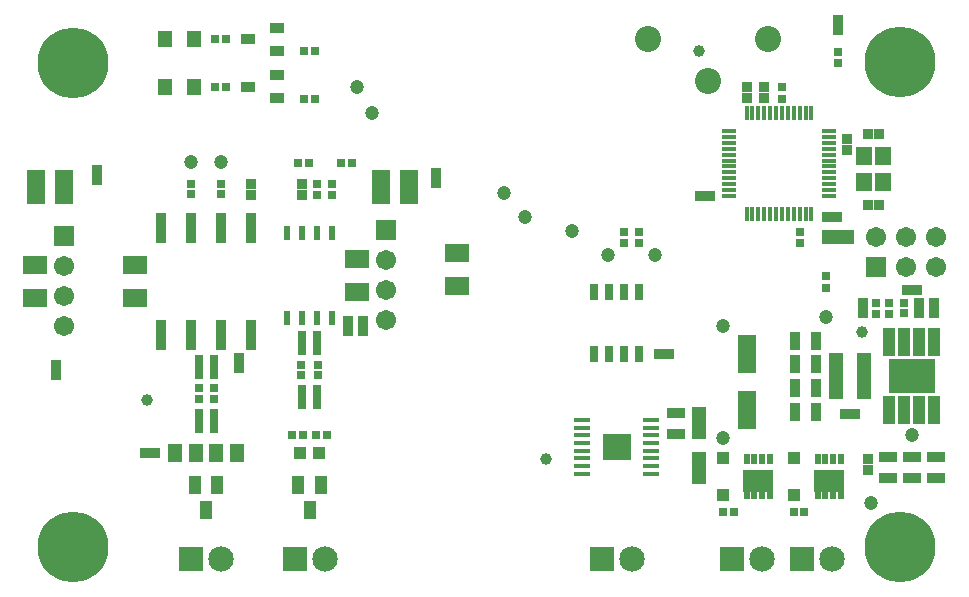
<source format=gts>
G04*
G04 #@! TF.GenerationSoftware,Altium Limited,Altium Designer,23.9.2 (47)*
G04*
G04 Layer_Color=8388736*
%FSLAX43Y43*%
%MOMM*%
G71*
G04*
G04 #@! TF.SameCoordinates,DD1DA4F9-BAAB-46B1-B849-2321CEA9ED03*
G04*
G04*
G04 #@! TF.FilePolarity,Negative*
G04*
G01*
G75*
%ADD24R,2.460X2.310*%
%ADD25R,1.461X0.356*%
%ADD27R,0.508X1.168*%
%ADD28R,1.194X0.305*%
%ADD29R,0.305X1.194*%
%ADD31C,1.000*%
%ADD54R,3.903X2.903*%
%ADD55R,1.003X2.403*%
%ADD56R,1.353X1.603*%
%ADD57R,0.843X2.543*%
%ADD58R,0.733X1.453*%
%ADD59C,1.203*%
%ADD60R,0.863X0.823*%
%ADD61R,0.803X2.053*%
%ADD62R,2.003X1.503*%
%ADD63R,0.823X0.863*%
%ADD64R,0.753X0.753*%
%ADD65R,1.603X3.003*%
%ADD66R,2.573X1.913*%
%ADD67R,0.623X0.903*%
%ADD68R,1.503X0.903*%
%ADD69R,1.103X1.103*%
%ADD70R,1.183X3.903*%
%ADD71R,0.753X0.753*%
%ADD72R,0.903X1.503*%
%ADD73R,1.203X1.353*%
%ADD74R,1.603X3.203*%
%ADD75R,0.803X0.703*%
%ADD76R,1.353X1.203*%
%ADD77R,1.303X1.453*%
%ADD78R,1.153X0.853*%
%ADD79R,1.053X1.103*%
%ADD80R,1.103X1.603*%
%ADD81R,1.203X1.553*%
%ADD82C,2.153*%
%ADD83R,2.153X2.153*%
%ADD84C,1.711*%
%ADD85R,1.711X1.711*%
%ADD86C,6.000*%
%ADD87C,2.203*%
%ADD88R,1.703X1.703*%
%ADD89C,1.703*%
D24*
X51000Y13500D02*
D03*
D25*
X53927Y15775D02*
D03*
Y15125D02*
D03*
Y14475D02*
D03*
Y13825D02*
D03*
Y13175D02*
D03*
Y12525D02*
D03*
Y11875D02*
D03*
Y11225D02*
D03*
X48073D02*
D03*
Y11875D02*
D03*
Y12525D02*
D03*
Y13175D02*
D03*
Y13825D02*
D03*
Y14475D02*
D03*
Y15125D02*
D03*
Y15775D02*
D03*
D27*
X26905Y31607D02*
D03*
X25635D02*
D03*
X24365D02*
D03*
X23095D02*
D03*
Y24393D02*
D03*
X24365D02*
D03*
X25635D02*
D03*
X26905D02*
D03*
D28*
X69000Y34750D02*
D03*
Y35250D02*
D03*
Y35750D02*
D03*
Y36250D02*
D03*
Y36750D02*
D03*
Y37250D02*
D03*
Y37750D02*
D03*
Y38250D02*
D03*
Y38750D02*
D03*
Y39250D02*
D03*
Y39750D02*
D03*
Y40250D02*
D03*
X60500D02*
D03*
Y39750D02*
D03*
Y39250D02*
D03*
Y38750D02*
D03*
Y38250D02*
D03*
Y37750D02*
D03*
Y37250D02*
D03*
Y36750D02*
D03*
Y36250D02*
D03*
Y35750D02*
D03*
Y35250D02*
D03*
Y34750D02*
D03*
D29*
X67500Y41750D02*
D03*
X67000D02*
D03*
X66500D02*
D03*
X66000D02*
D03*
X65500D02*
D03*
X65000D02*
D03*
X64500D02*
D03*
X64000D02*
D03*
X63500D02*
D03*
X63000D02*
D03*
X62500D02*
D03*
X62000D02*
D03*
Y33250D02*
D03*
X62500D02*
D03*
X63000D02*
D03*
X63500D02*
D03*
X64000D02*
D03*
X64500D02*
D03*
X65000D02*
D03*
X65500D02*
D03*
X66000D02*
D03*
X66500D02*
D03*
X67000D02*
D03*
X67500D02*
D03*
D31*
X45000Y12500D02*
D03*
X11250Y17477D02*
D03*
X71750Y23250D02*
D03*
X58000Y47000D02*
D03*
D54*
X76000Y19500D02*
D03*
D55*
X74095Y16630D02*
D03*
X75365D02*
D03*
X76635D02*
D03*
X77905D02*
D03*
X74095Y22370D02*
D03*
X75365D02*
D03*
X76635D02*
D03*
X77905D02*
D03*
D56*
X73550Y35900D02*
D03*
Y38100D02*
D03*
X71950D02*
D03*
Y35900D02*
D03*
D57*
X20060Y32035D02*
D03*
X17520D02*
D03*
X14980D02*
D03*
X12440D02*
D03*
Y22965D02*
D03*
X14980D02*
D03*
X17520D02*
D03*
X20060D02*
D03*
D58*
X52905Y26650D02*
D03*
X51635D02*
D03*
X50365D02*
D03*
X49095D02*
D03*
X52905Y21350D02*
D03*
X51635D02*
D03*
X50365D02*
D03*
X49095D02*
D03*
D59*
X29000Y44000D02*
D03*
X76000Y14500D02*
D03*
X68750Y24500D02*
D03*
X72500Y8750D02*
D03*
X47250Y31750D02*
D03*
X60000Y14250D02*
D03*
Y23750D02*
D03*
X41500Y35000D02*
D03*
X43250Y33000D02*
D03*
X30250Y41750D02*
D03*
X17500Y37637D02*
D03*
X14990D02*
D03*
X54266Y29750D02*
D03*
X50250D02*
D03*
D60*
X54560Y21350D02*
D03*
X55440D02*
D03*
X71190Y16250D02*
D03*
X70310D02*
D03*
X75590Y26750D02*
D03*
X76470D02*
D03*
X58940Y34750D02*
D03*
X58060D02*
D03*
X68810Y33000D02*
D03*
X69690D02*
D03*
X72310Y40000D02*
D03*
X73190D02*
D03*
X73190Y34000D02*
D03*
X72310D02*
D03*
X11940Y13000D02*
D03*
X11060D02*
D03*
D61*
X16885Y15725D02*
D03*
X15615D02*
D03*
Y20275D02*
D03*
X16885D02*
D03*
X25635Y17725D02*
D03*
X24365D02*
D03*
Y22275D02*
D03*
X25635D02*
D03*
D62*
X10250Y28900D02*
D03*
Y26100D02*
D03*
X1750Y28900D02*
D03*
Y26100D02*
D03*
X37500Y29900D02*
D03*
Y27100D02*
D03*
X29000Y29400D02*
D03*
Y26600D02*
D03*
D63*
X70500Y38658D02*
D03*
Y39538D02*
D03*
X69750Y48810D02*
D03*
Y49690D02*
D03*
X3500Y20440D02*
D03*
Y19560D02*
D03*
X7000Y36060D02*
D03*
Y36940D02*
D03*
X35750Y35810D02*
D03*
Y36690D02*
D03*
X72250Y12440D02*
D03*
Y11560D02*
D03*
X77905Y25691D02*
D03*
Y24811D02*
D03*
X76635Y24816D02*
D03*
Y25696D02*
D03*
X71831Y25688D02*
D03*
Y24808D02*
D03*
X63500Y43060D02*
D03*
Y43940D02*
D03*
X62000Y43060D02*
D03*
Y43940D02*
D03*
X28250Y24190D02*
D03*
Y23310D02*
D03*
X24365Y34865D02*
D03*
Y35745D02*
D03*
X29500Y24190D02*
D03*
Y23310D02*
D03*
X19000Y21060D02*
D03*
Y20180D02*
D03*
X20060Y34865D02*
D03*
Y35745D02*
D03*
D64*
X69750Y46050D02*
D03*
Y46950D02*
D03*
X75365Y24801D02*
D03*
Y25701D02*
D03*
X72975Y24796D02*
D03*
Y25696D02*
D03*
X74095Y24792D02*
D03*
Y25692D02*
D03*
X51635Y31700D02*
D03*
Y30800D02*
D03*
X52905Y31700D02*
D03*
Y30800D02*
D03*
X66500Y31700D02*
D03*
Y30800D02*
D03*
X25750Y19550D02*
D03*
Y20450D02*
D03*
X26905Y34865D02*
D03*
Y35765D02*
D03*
X25635Y34865D02*
D03*
Y35765D02*
D03*
X24250Y19550D02*
D03*
Y20450D02*
D03*
X16885Y17550D02*
D03*
Y18450D02*
D03*
X14980Y34875D02*
D03*
Y35775D02*
D03*
X17500Y34875D02*
D03*
Y35775D02*
D03*
X15615Y17550D02*
D03*
Y18450D02*
D03*
D65*
X4200Y35500D02*
D03*
X1800D02*
D03*
X33454D02*
D03*
X31054D02*
D03*
D66*
X69000Y10600D02*
D03*
X63000D02*
D03*
D67*
X69975Y9500D02*
D03*
X69325D02*
D03*
X68675D02*
D03*
X68025D02*
D03*
Y12500D02*
D03*
X68675D02*
D03*
X69325D02*
D03*
X69975D02*
D03*
X63975Y9500D02*
D03*
X63325D02*
D03*
X62675D02*
D03*
X62025D02*
D03*
Y12500D02*
D03*
X62675D02*
D03*
X63325D02*
D03*
X63975D02*
D03*
D68*
X74000Y12650D02*
D03*
Y10850D02*
D03*
X76000Y12650D02*
D03*
Y10850D02*
D03*
X78000Y12650D02*
D03*
Y10850D02*
D03*
X56000Y16400D02*
D03*
Y14600D02*
D03*
D69*
X66000Y12575D02*
D03*
Y9425D02*
D03*
X60000Y12575D02*
D03*
Y9425D02*
D03*
D70*
X71935Y19500D02*
D03*
X69565D02*
D03*
D71*
X66000Y8000D02*
D03*
X66900D02*
D03*
X60000D02*
D03*
X60900D02*
D03*
X17000Y48000D02*
D03*
X17900D02*
D03*
X17000Y44000D02*
D03*
X17900D02*
D03*
X25450Y47000D02*
D03*
X24550D02*
D03*
X25450Y43000D02*
D03*
X24550D02*
D03*
X24450Y14500D02*
D03*
X23550D02*
D03*
X28585Y37500D02*
D03*
X27685D02*
D03*
X24050D02*
D03*
X24950D02*
D03*
X25550Y14500D02*
D03*
X26450D02*
D03*
D72*
X67900Y16500D02*
D03*
X66100D02*
D03*
X67900Y18500D02*
D03*
X66100D02*
D03*
X67900Y20500D02*
D03*
X66100D02*
D03*
X67900Y22500D02*
D03*
X66100D02*
D03*
D73*
X58000Y16175D02*
D03*
Y14825D02*
D03*
Y11022D02*
D03*
Y12372D02*
D03*
D74*
X62000Y16600D02*
D03*
Y21400D02*
D03*
D75*
X65000Y44000D02*
D03*
Y43000D02*
D03*
X68750Y27000D02*
D03*
Y28000D02*
D03*
D76*
X70425Y31250D02*
D03*
X69075D02*
D03*
D77*
X12750Y48000D02*
D03*
X15250D02*
D03*
X12750Y44000D02*
D03*
X15250D02*
D03*
D78*
X22235Y47050D02*
D03*
Y48950D02*
D03*
X19765Y48000D02*
D03*
X22235Y43050D02*
D03*
Y44950D02*
D03*
X19765Y44000D02*
D03*
D79*
X24225Y13000D02*
D03*
X25775D02*
D03*
D80*
X25000Y8200D02*
D03*
X24050Y10300D02*
D03*
X25950D02*
D03*
X16250Y8200D02*
D03*
X15300Y10300D02*
D03*
X17200D02*
D03*
D81*
X18900Y13000D02*
D03*
X17100D02*
D03*
X13600D02*
D03*
X15400D02*
D03*
D82*
X17520Y4000D02*
D03*
X63270D02*
D03*
X26270D02*
D03*
X52270D02*
D03*
X69270D02*
D03*
D83*
X14980D02*
D03*
X60730D02*
D03*
X23730D02*
D03*
X49730D02*
D03*
X66730D02*
D03*
D84*
X4250Y26270D02*
D03*
Y23730D02*
D03*
Y28810D02*
D03*
X31500Y29310D02*
D03*
Y24230D02*
D03*
Y26770D02*
D03*
D85*
X4250Y31350D02*
D03*
X31500Y31850D02*
D03*
D86*
X5000Y46000D02*
D03*
X75000Y46060D02*
D03*
Y5000D02*
D03*
X5000D02*
D03*
D87*
X53670Y48000D02*
D03*
X63830D02*
D03*
X58750Y44500D02*
D03*
D88*
X72960Y28730D02*
D03*
D89*
Y31270D02*
D03*
X75500Y28730D02*
D03*
X78040D02*
D03*
X75500Y31270D02*
D03*
X78040D02*
D03*
M02*

</source>
